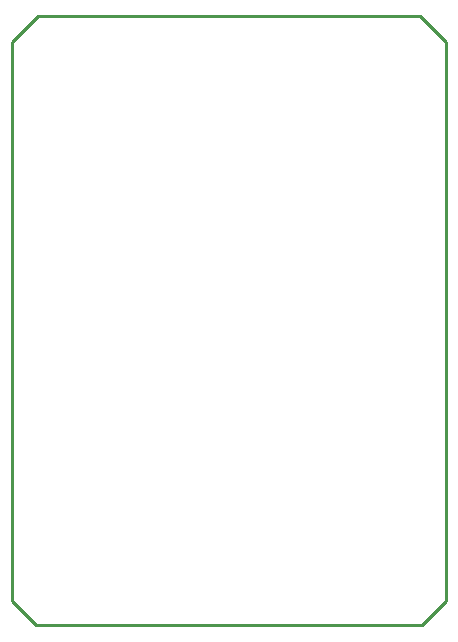
<source format=gko>
G04 Layer_Color=16711935*
%FSAX25Y25*%
%MOIN*%
G70*
G01*
G75*
%ADD40C,0.01000*%
D40*
X0527199Y0218000D02*
X0535199Y0210000D01*
X0527199Y0218000D02*
Y0404500D01*
X0535199Y0210000D02*
X0663699D01*
X0671699Y0218000D01*
X0527199Y0404500D02*
X0535699Y0413000D01*
X0671699Y0218000D02*
Y0404500D01*
X0663199Y0413000D02*
X0671699Y0404500D01*
X0663000Y0413000D02*
X0663199D01*
X0535699D02*
X0663199D01*
M02*

</source>
